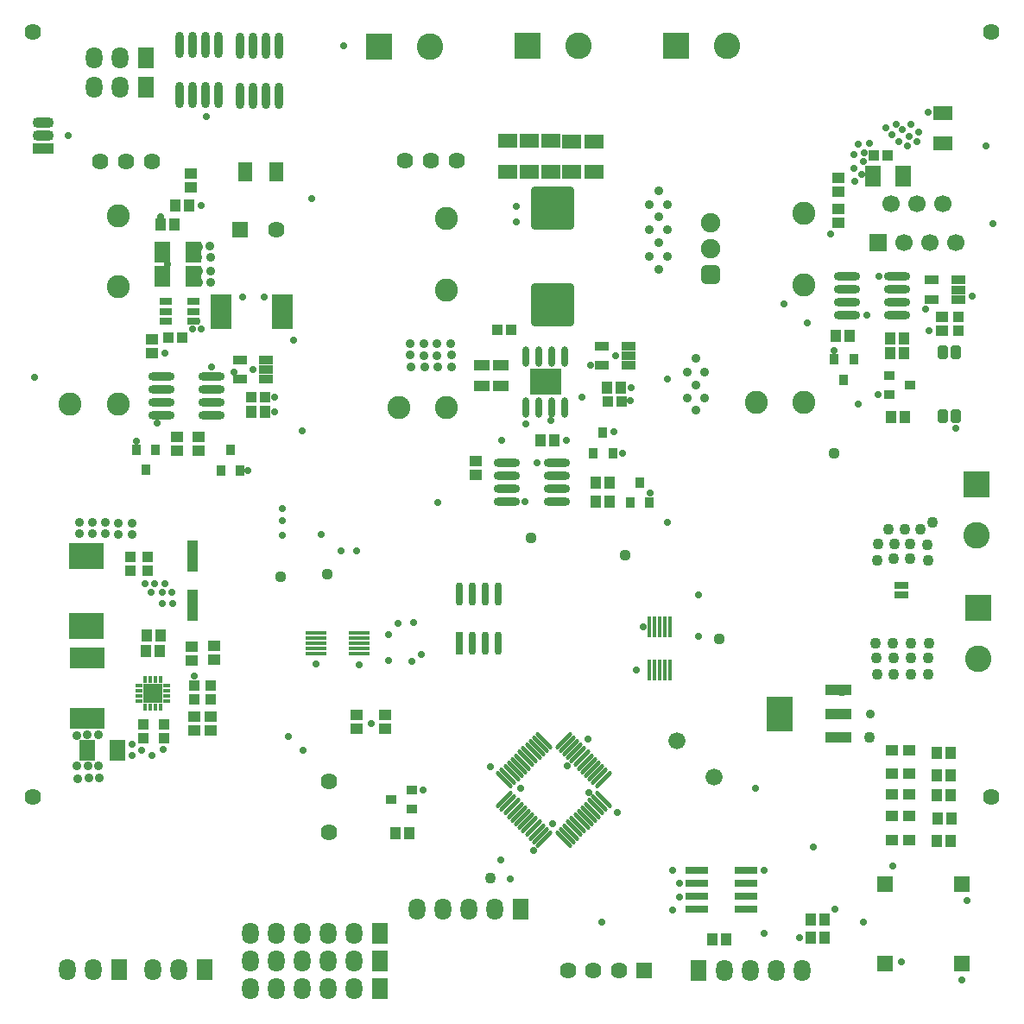
<source format=gts>
G04*
G04 #@! TF.GenerationSoftware,Altium Limited,Altium Designer,20.0.2 (26)*
G04*
G04 Layer_Color=8388736*
%FSLAX25Y25*%
%MOIN*%
G70*
G01*
G75*
%ADD23R,0.04528X0.03937*%
%ADD24R,0.03937X0.04528*%
%ADD25O,0.02874X0.01575*%
%ADD26O,0.01575X0.02874*%
%ADD27R,0.07394X0.07394*%
G04:AMPARAMS|DCode=28|XSize=15.75mil|YSize=86.61mil|CornerRadius=0mil|HoleSize=0mil|Usage=FLASHONLY|Rotation=225.000|XOffset=0mil|YOffset=0mil|HoleType=Round|Shape=Round|*
%AMOVALD28*
21,1,0.07087,0.01575,0.00000,0.00000,315.0*
1,1,0.01575,-0.02506,0.02506*
1,1,0.01575,0.02506,-0.02506*
%
%ADD28OVALD28*%

G04:AMPARAMS|DCode=29|XSize=15.75mil|YSize=86.61mil|CornerRadius=0mil|HoleSize=0mil|Usage=FLASHONLY|Rotation=315.000|XOffset=0mil|YOffset=0mil|HoleType=Round|Shape=Round|*
%AMOVALD29*
21,1,0.07087,0.01575,0.00000,0.00000,45.0*
1,1,0.01575,-0.02506,-0.02506*
1,1,0.01575,0.02506,0.02506*
%
%ADD29OVALD29*%

%ADD30R,0.03937X0.03543*%
%ADD31O,0.03150X0.10236*%
%ADD32R,0.13386X0.10236*%
G04:AMPARAMS|DCode=33|XSize=53.15mil|YSize=39.37mil|CornerRadius=10.83mil|HoleSize=0mil|Usage=FLASHONLY|Rotation=90.000|XOffset=0mil|YOffset=0mil|HoleType=Round|Shape=RoundedRectangle|*
%AMROUNDEDRECTD33*
21,1,0.05315,0.01772,0,0,90.0*
21,1,0.03150,0.03937,0,0,90.0*
1,1,0.02165,0.00886,0.01575*
1,1,0.02165,0.00886,-0.01575*
1,1,0.02165,-0.00886,-0.01575*
1,1,0.02165,-0.00886,0.01575*
%
%ADD33ROUNDEDRECTD33*%
%ADD34R,0.05394X0.02894*%
%ADD35R,0.02756X0.09055*%
%ADD36O,0.02756X0.09055*%
%ADD37O,0.08268X0.01575*%
%ADD38O,0.01575X0.08268*%
%ADD39R,0.09055X0.02756*%
G04:AMPARAMS|DCode=40|XSize=169.29mil|YSize=169.29mil|CornerRadius=18.5mil|HoleSize=0mil|Usage=FLASHONLY|Rotation=90.000|XOffset=0mil|YOffset=0mil|HoleType=Round|Shape=RoundedRectangle|*
%AMROUNDEDRECTD40*
21,1,0.16929,0.13228,0,0,90.0*
21,1,0.13228,0.16929,0,0,90.0*
1,1,0.03701,0.06614,0.06614*
1,1,0.03701,0.06614,-0.06614*
1,1,0.03701,-0.06614,-0.06614*
1,1,0.03701,-0.06614,0.06614*
%
%ADD40ROUNDEDRECTD40*%
%ADD41O,0.02756X0.07874*%
%ADD42R,0.12205X0.10197*%
%ADD43R,0.08071X0.13780*%
%ADD44R,0.13780X0.08071*%
%ADD45R,0.09843X0.13386*%
%ADD46R,0.09843X0.04331*%
%ADD47R,0.06299X0.06299*%
%ADD48R,0.04882X0.02913*%
%ADD49R,0.03543X0.03937*%
%ADD50O,0.10236X0.03150*%
%ADD51R,0.05194X0.03194*%
%ADD52R,0.04331X0.03937*%
%ADD53R,0.03937X0.04331*%
%ADD54C,0.04394*%
%ADD55R,0.06299X0.07874*%
%ADD56R,0.04394X0.12094*%
%ADD57R,0.05512X0.07480*%
%ADD58R,0.06194X0.04394*%
%ADD59R,0.07480X0.05512*%
%ADD60R,0.04694X0.04294*%
%ADD61C,0.06594*%
%ADD62C,0.02756*%
%ADD63R,0.06693X0.06693*%
%ADD64C,0.06693*%
%ADD65R,0.06394X0.08394*%
%ADD66O,0.06394X0.08394*%
%ADD67R,0.06394X0.06394*%
%ADD68C,0.06394*%
%ADD69C,0.08894*%
%ADD70C,0.07480*%
G04:AMPARAMS|DCode=71|XSize=74.8mil|YSize=74.8mil|CornerRadius=19.68mil|HoleSize=0mil|Usage=FLASHONLY|Rotation=90.000|XOffset=0mil|YOffset=0mil|HoleType=Round|Shape=RoundedRectangle|*
%AMROUNDEDRECTD71*
21,1,0.07480,0.03543,0,0,90.0*
21,1,0.03543,0.07480,0,0,90.0*
1,1,0.03937,0.01772,0.01772*
1,1,0.03937,0.01772,-0.01772*
1,1,0.03937,-0.01772,-0.01772*
1,1,0.03937,-0.01772,0.01772*
%
%ADD71ROUNDEDRECTD71*%
%ADD72R,0.08268X0.04331*%
%ADD73O,0.08268X0.04331*%
%ADD74C,0.10236*%
%ADD75R,0.10236X0.10236*%
%ADD76R,0.10236X0.10236*%
%ADD77C,0.04331*%
%ADD78C,0.03543*%
D23*
X64222Y-156197D02*
D03*
Y-161512D02*
D03*
X55722Y-156197D02*
D03*
Y-161512D02*
D03*
X46100Y-123958D02*
D03*
Y-118642D02*
D03*
X311200Y-68243D02*
D03*
Y-73558D02*
D03*
X136000Y-263643D02*
D03*
Y-268957D02*
D03*
X125100Y-263643D02*
D03*
Y-268957D02*
D03*
X69969Y-237043D02*
D03*
Y-242357D02*
D03*
X68569Y-264142D02*
D03*
Y-269458D02*
D03*
X62369Y-264243D02*
D03*
Y-269557D02*
D03*
X350990Y-109942D02*
D03*
Y-115257D02*
D03*
X61100Y-59957D02*
D03*
Y-54642D02*
D03*
X171000Y-165542D02*
D03*
Y-170858D02*
D03*
X311200Y-56142D02*
D03*
Y-61458D02*
D03*
X61469Y-242515D02*
D03*
Y-237200D02*
D03*
D24*
X217443Y-173800D02*
D03*
X222758D02*
D03*
X336357Y-118130D02*
D03*
X331043D02*
D03*
X354557Y-303500D02*
D03*
X349242D02*
D03*
X354457Y-312400D02*
D03*
X349143D02*
D03*
X354300Y-278218D02*
D03*
X348985D02*
D03*
X354300Y-286809D02*
D03*
X348985D02*
D03*
X354300Y-294500D02*
D03*
X348985D02*
D03*
X217343Y-181100D02*
D03*
X222658D02*
D03*
X336357Y-123830D02*
D03*
X331043D02*
D03*
X195942Y-157500D02*
D03*
X201257D02*
D03*
X310043Y-117400D02*
D03*
X315357D02*
D03*
X145257Y-309100D02*
D03*
X139943D02*
D03*
X262400Y-350100D02*
D03*
X267715D02*
D03*
X305757Y-342500D02*
D03*
X300443D02*
D03*
X305857Y-349700D02*
D03*
X300542D02*
D03*
X84242Y-146675D02*
D03*
X89557D02*
D03*
X221843Y-137125D02*
D03*
X227158D02*
D03*
X54757Y-74300D02*
D03*
X49442D02*
D03*
X60457Y-66800D02*
D03*
X55142D02*
D03*
X331542Y-148500D02*
D03*
X336858D02*
D03*
X49069Y-238900D02*
D03*
X43754D02*
D03*
X49326Y-232800D02*
D03*
X44011D02*
D03*
D25*
X40898Y-258172D02*
D03*
Y-256204D02*
D03*
Y-254236D02*
D03*
Y-252267D02*
D03*
X51646D02*
D03*
Y-254236D02*
D03*
Y-256204D02*
D03*
Y-258172D02*
D03*
D26*
X43319Y-249846D02*
D03*
X45287D02*
D03*
X47256D02*
D03*
X49224D02*
D03*
Y-260594D02*
D03*
X47256D02*
D03*
X45287D02*
D03*
X43319D02*
D03*
D27*
X46272Y-255220D02*
D03*
D28*
X220270Y-296258D02*
D03*
X218878Y-297650D02*
D03*
X217486Y-299042D02*
D03*
X216094Y-300434D02*
D03*
X214702Y-301826D02*
D03*
X213310Y-303218D02*
D03*
X211918Y-304610D02*
D03*
X210526Y-306002D02*
D03*
X209134Y-307394D02*
D03*
X207742Y-308786D02*
D03*
X206350Y-310178D02*
D03*
X204958Y-311570D02*
D03*
X182130Y-288742D02*
D03*
X183522Y-287350D02*
D03*
X184914Y-285958D02*
D03*
X186306Y-284566D02*
D03*
X187698Y-283174D02*
D03*
X189090Y-281782D02*
D03*
X190482Y-280390D02*
D03*
X191874Y-278998D02*
D03*
X193266Y-277606D02*
D03*
X194658Y-276214D02*
D03*
X196050Y-274822D02*
D03*
X197442Y-273430D02*
D03*
D29*
Y-311570D02*
D03*
X196050Y-310178D02*
D03*
X194658Y-308786D02*
D03*
X193266Y-307394D02*
D03*
X191874Y-306002D02*
D03*
X190482Y-304610D02*
D03*
X189090Y-303218D02*
D03*
X187698Y-301826D02*
D03*
X186306Y-300434D02*
D03*
X184914Y-299042D02*
D03*
X183522Y-297650D02*
D03*
X182130Y-296258D02*
D03*
X204958Y-273430D02*
D03*
X206350Y-274822D02*
D03*
X207742Y-276214D02*
D03*
X209134Y-277606D02*
D03*
X210526Y-278998D02*
D03*
X211918Y-280390D02*
D03*
X213310Y-281782D02*
D03*
X214702Y-283174D02*
D03*
X216094Y-284566D02*
D03*
X217486Y-285958D02*
D03*
X218878Y-287350D02*
D03*
X220270Y-288742D02*
D03*
D30*
X146237Y-299940D02*
D03*
Y-292460D02*
D03*
X138363Y-296200D02*
D03*
X330863Y-132460D02*
D03*
Y-139940D02*
D03*
X338737Y-136200D02*
D03*
D31*
X71800Y-5054D02*
D03*
X66800D02*
D03*
X61800D02*
D03*
X56800D02*
D03*
X71800Y-24346D02*
D03*
X66800D02*
D03*
X61800D02*
D03*
X56800D02*
D03*
X94900Y-5254D02*
D03*
X89900D02*
D03*
X84900D02*
D03*
X79900D02*
D03*
X94900Y-24546D02*
D03*
X89900D02*
D03*
X84900D02*
D03*
X79900D02*
D03*
D32*
X20772Y-229302D02*
D03*
Y-202137D02*
D03*
D33*
X351500Y-123697D02*
D03*
X356500D02*
D03*
Y-148303D02*
D03*
X351500D02*
D03*
D34*
X335400Y-213600D02*
D03*
Y-217200D02*
D03*
D35*
X164800Y-235849D02*
D03*
D36*
X169800D02*
D03*
X174800D02*
D03*
X179800D02*
D03*
X164800Y-216951D02*
D03*
X169800D02*
D03*
X174800D02*
D03*
X179800D02*
D03*
D37*
X109432Y-232063D02*
D03*
Y-234032D02*
D03*
Y-236000D02*
D03*
Y-237968D02*
D03*
Y-239937D02*
D03*
X125968Y-232063D02*
D03*
Y-234032D02*
D03*
Y-236000D02*
D03*
Y-237968D02*
D03*
Y-239937D02*
D03*
D38*
X246037Y-229732D02*
D03*
X244069D02*
D03*
X242100D02*
D03*
X240131D02*
D03*
X238163D02*
D03*
X246037Y-246268D02*
D03*
X244069D02*
D03*
X242100D02*
D03*
X240131D02*
D03*
X238163D02*
D03*
D39*
X256451Y-323600D02*
D03*
Y-328600D02*
D03*
Y-333600D02*
D03*
Y-338600D02*
D03*
X275349Y-323600D02*
D03*
Y-328600D02*
D03*
Y-333600D02*
D03*
Y-338600D02*
D03*
D40*
X200700Y-67799D02*
D03*
Y-105201D02*
D03*
D41*
X190437Y-144852D02*
D03*
X195437D02*
D03*
X200437D02*
D03*
X205437D02*
D03*
X190437Y-125206D02*
D03*
X195437D02*
D03*
X200437D02*
D03*
X205437D02*
D03*
D42*
X197937Y-135029D02*
D03*
D43*
X72887Y-107800D02*
D03*
X96313D02*
D03*
D44*
X20969Y-264913D02*
D03*
Y-241488D02*
D03*
D45*
X288383Y-263100D02*
D03*
D46*
X311217Y-254045D02*
D03*
Y-263100D02*
D03*
Y-272155D02*
D03*
D47*
X358600Y-359554D02*
D03*
Y-328846D02*
D03*
X329200Y-359554D02*
D03*
Y-328846D02*
D03*
D48*
X51285Y-111540D02*
D03*
Y-104060D02*
D03*
X61915D02*
D03*
Y-107800D02*
D03*
Y-111540D02*
D03*
X51285Y-107800D02*
D03*
D49*
X47440Y-161163D02*
D03*
X39960D02*
D03*
X43700Y-169037D02*
D03*
X230660Y-181637D02*
D03*
X238140D02*
D03*
X234400Y-173763D02*
D03*
X72560Y-169137D02*
D03*
X80040D02*
D03*
X76300Y-161263D02*
D03*
X216460Y-162437D02*
D03*
X223940D02*
D03*
X220200Y-154563D02*
D03*
X316940Y-126363D02*
D03*
X309460D02*
D03*
X313200Y-134237D02*
D03*
D50*
X49854Y-132900D02*
D03*
Y-137900D02*
D03*
Y-142900D02*
D03*
Y-147900D02*
D03*
X69146Y-132900D02*
D03*
Y-137900D02*
D03*
Y-142900D02*
D03*
Y-147900D02*
D03*
X183100Y-166100D02*
D03*
Y-171100D02*
D03*
Y-176100D02*
D03*
Y-181100D02*
D03*
X202391Y-166100D02*
D03*
Y-171100D02*
D03*
Y-176100D02*
D03*
Y-181100D02*
D03*
X314554Y-94300D02*
D03*
Y-99300D02*
D03*
Y-104300D02*
D03*
Y-109300D02*
D03*
X333846Y-94300D02*
D03*
Y-99300D02*
D03*
Y-104300D02*
D03*
Y-109300D02*
D03*
D51*
X79900Y-134040D02*
D03*
Y-126500D02*
D03*
X90219D02*
D03*
Y-130300D02*
D03*
Y-134040D02*
D03*
X219700Y-128740D02*
D03*
Y-121200D02*
D03*
X230018D02*
D03*
Y-125000D02*
D03*
Y-128740D02*
D03*
X347200Y-103240D02*
D03*
Y-95700D02*
D03*
X357519D02*
D03*
Y-99500D02*
D03*
Y-103240D02*
D03*
D52*
X44243Y-207757D02*
D03*
Y-202442D02*
D03*
X37700Y-207857D02*
D03*
Y-202542D02*
D03*
X50569Y-272557D02*
D03*
Y-267243D02*
D03*
X62469Y-252242D02*
D03*
Y-257558D02*
D03*
X68572Y-252262D02*
D03*
Y-257577D02*
D03*
X357300Y-115258D02*
D03*
Y-109942D02*
D03*
X42669Y-267342D02*
D03*
Y-272657D02*
D03*
D53*
X89557Y-140775D02*
D03*
X84242D02*
D03*
X227243Y-142525D02*
D03*
X221928D02*
D03*
X184757Y-114800D02*
D03*
X179443D02*
D03*
X324830Y-47659D02*
D03*
X330145D02*
D03*
X52443Y-117800D02*
D03*
X57758D02*
D03*
D54*
X113600Y-209400D02*
D03*
X95700Y-210300D02*
D03*
X192500Y-195200D02*
D03*
X228700Y-202000D02*
D03*
X309300Y-162700D02*
D03*
X265200Y-234400D02*
D03*
D55*
X32874Y-277200D02*
D03*
X21063D02*
D03*
X50195Y-84800D02*
D03*
X62006D02*
D03*
X50195Y-94300D02*
D03*
X62006D02*
D03*
X324394Y-55600D02*
D03*
X336206D02*
D03*
D56*
X61772Y-202245D02*
D03*
Y-221194D02*
D03*
D57*
X82195Y-53800D02*
D03*
X94006D02*
D03*
D58*
X180700Y-136700D02*
D03*
Y-128700D02*
D03*
X173468Y-136700D02*
D03*
Y-128700D02*
D03*
D59*
X351300Y-31095D02*
D03*
Y-42906D02*
D03*
X183400Y-53806D02*
D03*
Y-41995D02*
D03*
X191675Y-53806D02*
D03*
Y-41995D02*
D03*
X199900Y-53806D02*
D03*
Y-41995D02*
D03*
X208200Y-42094D02*
D03*
Y-53905D02*
D03*
X216600D02*
D03*
Y-42094D02*
D03*
D60*
X338500Y-277200D02*
D03*
X331800D02*
D03*
X338500Y-286100D02*
D03*
X331800D02*
D03*
X338500Y-294100D02*
D03*
X331800D02*
D03*
X338500Y-302700D02*
D03*
X331800D02*
D03*
X338500Y-311800D02*
D03*
X331800D02*
D03*
D61*
X248758Y-273458D02*
D03*
X262900Y-287600D02*
D03*
D62*
X47772Y-256720D02*
D03*
Y-253720D02*
D03*
X44772D02*
D03*
Y-256720D02*
D03*
X282300Y-347800D02*
D03*
X296000Y-349700D02*
D03*
X256900Y-233400D02*
D03*
X235600Y-229700D02*
D03*
X257100Y-217400D02*
D03*
X279200Y-291800D02*
D03*
X301500Y-314700D02*
D03*
X188300Y-291900D02*
D03*
X200800Y-305600D02*
D03*
X206276Y-283129D02*
D03*
X245200Y-133800D02*
D03*
Y-189100D02*
D03*
X238300Y-178000D02*
D03*
X214800Y-293600D02*
D03*
X193300Y-315800D02*
D03*
X48100Y-151000D02*
D03*
X291300Y-262900D02*
D03*
X249800Y-328600D02*
D03*
Y-333900D02*
D03*
X282400Y-323600D02*
D03*
X176621Y-283621D02*
D03*
X225700Y-301400D02*
D03*
X309800Y-338600D02*
D03*
X130600Y-266900D02*
D03*
X358700Y-365800D02*
D03*
X214500Y-272800D02*
D03*
X332200Y-322000D02*
D03*
X335300Y-358800D02*
D03*
X360700Y-335300D02*
D03*
X125300Y-269300D02*
D03*
X184400Y-326900D02*
D03*
X247000Y-323500D02*
D03*
X247200Y-338900D02*
D03*
X180600Y-319600D02*
D03*
X219800Y-343500D02*
D03*
X320600Y-343700D02*
D03*
X150800Y-292500D02*
D03*
X96300Y-194300D02*
D03*
X146900Y-228000D02*
D03*
X137300Y-232500D02*
D03*
Y-242600D02*
D03*
X141100Y-228100D02*
D03*
X146500Y-242800D02*
D03*
X150200Y-240100D02*
D03*
X124900Y-200300D02*
D03*
X96400Y-184000D02*
D03*
X119200Y-200100D02*
D03*
X96400Y-188500D02*
D03*
X111300Y-194000D02*
D03*
X98700Y-271900D02*
D03*
X104300Y-277400D02*
D03*
X232900Y-246200D02*
D03*
X126000Y-244100D02*
D03*
X109400Y-243800D02*
D03*
X318700Y-143600D02*
D03*
X107600Y-64100D02*
D03*
X65200Y-66900D02*
D03*
X362700Y-101900D02*
D03*
X51100Y-124000D02*
D03*
X13800Y-39800D02*
D03*
X333500Y-35600D02*
D03*
X335800Y-37700D02*
D03*
X338500Y-40200D02*
D03*
X329300Y-36900D02*
D03*
X331800Y-39500D02*
D03*
X339200Y-35600D02*
D03*
X342000Y-38600D02*
D03*
X341300Y-42400D02*
D03*
X337700Y-43900D02*
D03*
X334400Y-42100D02*
D03*
X89700Y-5000D02*
D03*
X120100Y-5200D02*
D03*
X90000Y-26500D02*
D03*
X600Y-133300D02*
D03*
X95000Y-25100D02*
D03*
X80000Y-5300D02*
D03*
X72100Y-24100D02*
D03*
X56700Y-5100D02*
D03*
X67000Y-32700D02*
D03*
X230700Y-142400D02*
D03*
X230996Y-137125D02*
D03*
X227700Y-162500D02*
D03*
X326300Y-140000D02*
D03*
X356500Y-152800D02*
D03*
X321200Y-46600D02*
D03*
X322900Y-43000D02*
D03*
X318800Y-43400D02*
D03*
X316900Y-47300D02*
D03*
X320597Y-49891D02*
D03*
X317000Y-52500D02*
D03*
X320000Y-54900D02*
D03*
X317300Y-57600D02*
D03*
X54100Y-220700D02*
D03*
X50100Y-220600D02*
D03*
X53800Y-216200D02*
D03*
X50000Y-216400D02*
D03*
X45800D02*
D03*
X51000Y-212800D02*
D03*
X47000D02*
D03*
X43300Y-212900D02*
D03*
X50400Y-276800D02*
D03*
X46000Y-279300D02*
D03*
X42200Y-277100D02*
D03*
X38500Y-279400D02*
D03*
X38300Y-274900D02*
D03*
X290200Y-104900D02*
D03*
X156500Y-181700D02*
D03*
X103900Y-153900D02*
D03*
X345800Y-31000D02*
D03*
X344700Y-106800D02*
D03*
X345900Y-115200D02*
D03*
X308000Y-78000D02*
D03*
X370775Y-73925D02*
D03*
X309400Y-123000D02*
D03*
X298900Y-112294D02*
D03*
X351900Y-43800D02*
D03*
X367900D02*
D03*
X321900Y-109300D02*
D03*
X326800Y-94300D02*
D03*
X215500Y-128700D02*
D03*
X224900Y-125000D02*
D03*
X224300Y-154400D02*
D03*
X206100Y-157500D02*
D03*
X186721Y-67247D02*
D03*
Y-73153D02*
D03*
X190200Y-181100D02*
D03*
X194600Y-166100D02*
D03*
X190400Y-151200D02*
D03*
X212000Y-140900D02*
D03*
X200200Y-150000D02*
D03*
X180900Y-157500D02*
D03*
X62500Y-248600D02*
D03*
X49500Y-71300D02*
D03*
X51900Y-89700D02*
D03*
X49100Y-91800D02*
D03*
X48700Y-96700D02*
D03*
X51376Y-94300D02*
D03*
X49400Y-87600D02*
D03*
X51876Y-84800D02*
D03*
X48900Y-82200D02*
D03*
X77700Y-131100D02*
D03*
X85100Y-130300D02*
D03*
X93500Y-140800D02*
D03*
X93396Y-146675D02*
D03*
X83000Y-169300D02*
D03*
X40000Y-157800D02*
D03*
X69200Y-129100D02*
D03*
X63400Y-111600D02*
D03*
X65200Y-114700D02*
D03*
X61800Y-114600D02*
D03*
X100700Y-118800D02*
D03*
X80966Y-102300D02*
D03*
X89234Y-102300D02*
D03*
D63*
X326267Y-81124D02*
D03*
D64*
X331266Y-66124D02*
D03*
X336266Y-81124D02*
D03*
X341266Y-66124D02*
D03*
X346267Y-81124D02*
D03*
X351267Y-66124D02*
D03*
X356266Y-81124D02*
D03*
D65*
X43600Y-21400D02*
D03*
X43600Y-9900D02*
D03*
X257100Y-362200D02*
D03*
X188500Y-338600D02*
D03*
X134100Y-347900D02*
D03*
X134000Y-358600D02*
D03*
X134027Y-369300D02*
D03*
X66300Y-362000D02*
D03*
X33500Y-362000D02*
D03*
D66*
X33600Y-21400D02*
D03*
X23600D02*
D03*
X33600Y-9900D02*
D03*
X23600D02*
D03*
X297100Y-362200D02*
D03*
X287100D02*
D03*
X277100D02*
D03*
X267100D02*
D03*
X148500Y-338600D02*
D03*
X158500D02*
D03*
X168500D02*
D03*
X178500D02*
D03*
X124100Y-347900D02*
D03*
X114100D02*
D03*
X104100D02*
D03*
X94100D02*
D03*
X84100D02*
D03*
X124000Y-358600D02*
D03*
X114000D02*
D03*
X104000D02*
D03*
X94000D02*
D03*
X84000D02*
D03*
X124027Y-369300D02*
D03*
X114027D02*
D03*
X104027D02*
D03*
X94027D02*
D03*
X84027D02*
D03*
X46300Y-362000D02*
D03*
X56300D02*
D03*
X13500Y-362000D02*
D03*
X23500D02*
D03*
D67*
X236164Y-362300D02*
D03*
X80210Y-76301D02*
D03*
D68*
X226321Y-362300D02*
D03*
X216479D02*
D03*
X206636D02*
D03*
X114357Y-289258D02*
D03*
Y-308943D02*
D03*
X26100Y-49800D02*
D03*
X36100D02*
D03*
X46100D02*
D03*
X143600Y-49600D02*
D03*
X153600D02*
D03*
X163600D02*
D03*
X93989Y-76301D02*
D03*
X370079Y-295276D02*
D03*
X-0D02*
D03*
X370079Y0D02*
D03*
X-0D02*
D03*
D69*
X279348Y-142917D02*
D03*
X297852Y-70083D02*
D03*
Y-97642D02*
D03*
Y-142917D02*
D03*
X159800Y-144876D02*
D03*
Y-99600D02*
D03*
Y-72041D02*
D03*
X141296Y-144876D02*
D03*
X14548Y-143617D02*
D03*
X33052Y-70783D02*
D03*
Y-98342D02*
D03*
Y-143617D02*
D03*
D70*
X261700Y-73600D02*
D03*
Y-83600D02*
D03*
D71*
X261700Y-93600D02*
D03*
D72*
X4100Y-44900D02*
D03*
D73*
Y-39900D02*
D03*
Y-34900D02*
D03*
D74*
X365000Y-241843D02*
D03*
X364500Y-194343D02*
D03*
X268085Y-5100D02*
D03*
X210643Y-5300D02*
D03*
X153542Y-5500D02*
D03*
D75*
X365000Y-222158D02*
D03*
X364500Y-174657D02*
D03*
D76*
X248400Y-5100D02*
D03*
X190957Y-5300D02*
D03*
X133858Y-5500D02*
D03*
D77*
X176700Y-326600D02*
D03*
X347300Y-189100D02*
D03*
X345700Y-247800D02*
D03*
X345600Y-241500D02*
D03*
X345900Y-235800D02*
D03*
X325300D02*
D03*
X325600Y-241500D02*
D03*
X325900Y-247800D02*
D03*
X336700Y-192000D02*
D03*
X345700Y-203900D02*
D03*
X345500Y-197800D02*
D03*
X326400Y-197700D02*
D03*
X326100Y-203900D02*
D03*
X342700Y-191900D02*
D03*
X330500Y-192000D02*
D03*
X338600Y-197500D02*
D03*
X332600Y-197700D02*
D03*
X338600Y-203400D02*
D03*
X332500Y-203300D02*
D03*
X339100Y-247800D02*
D03*
X332500D02*
D03*
X338933Y-241500D02*
D03*
X332267D02*
D03*
X339033Y-235800D02*
D03*
X332167D02*
D03*
X323200Y-272200D02*
D03*
X312400Y-254200D02*
D03*
D78*
X197937Y-135029D02*
D03*
X201000Y-137700D02*
D03*
X194600Y-137600D02*
D03*
X201000Y-132500D02*
D03*
X194700D02*
D03*
X63900Y-82800D02*
D03*
X63600Y-86800D02*
D03*
X323300Y-263200D02*
D03*
X256000Y-146000D02*
D03*
X259400Y-141200D02*
D03*
X252600D02*
D03*
X259400Y-131300D02*
D03*
X252600D02*
D03*
X256100Y-126000D02*
D03*
X256000Y-136100D02*
D03*
X241600Y-71300D02*
D03*
X241700Y-61200D02*
D03*
X238200Y-66500D02*
D03*
X245000D02*
D03*
X238200Y-76400D02*
D03*
X245000D02*
D03*
X241600Y-81200D02*
D03*
Y-91500D02*
D03*
X245000Y-86700D02*
D03*
X238200D02*
D03*
X16900Y-271500D02*
D03*
X21200Y-271300D02*
D03*
X25300D02*
D03*
X17100Y-283300D02*
D03*
X21400Y-283100D02*
D03*
X25500D02*
D03*
X25700Y-287900D02*
D03*
X21600D02*
D03*
X17300Y-288100D02*
D03*
X161500Y-120100D02*
D03*
X161600Y-124700D02*
D03*
X161700Y-129100D02*
D03*
X156100Y-120200D02*
D03*
X156200Y-124800D02*
D03*
X156300Y-129200D02*
D03*
X151100Y-120200D02*
D03*
X151200Y-124800D02*
D03*
X151300Y-129200D02*
D03*
X145900Y-129100D02*
D03*
X145800Y-124700D02*
D03*
X145700Y-120100D02*
D03*
X64100Y-96700D02*
D03*
X68700Y-96600D02*
D03*
X64000Y-92300D02*
D03*
X68600Y-92200D02*
D03*
Y-86900D02*
D03*
X68500Y-82600D02*
D03*
X38400Y-193800D02*
D03*
Y-189500D02*
D03*
X32900Y-193800D02*
D03*
Y-189500D02*
D03*
X28000Y-193700D02*
D03*
Y-189400D02*
D03*
X23000Y-193700D02*
D03*
Y-189400D02*
D03*
X18000Y-189300D02*
D03*
Y-193600D02*
D03*
M02*

</source>
